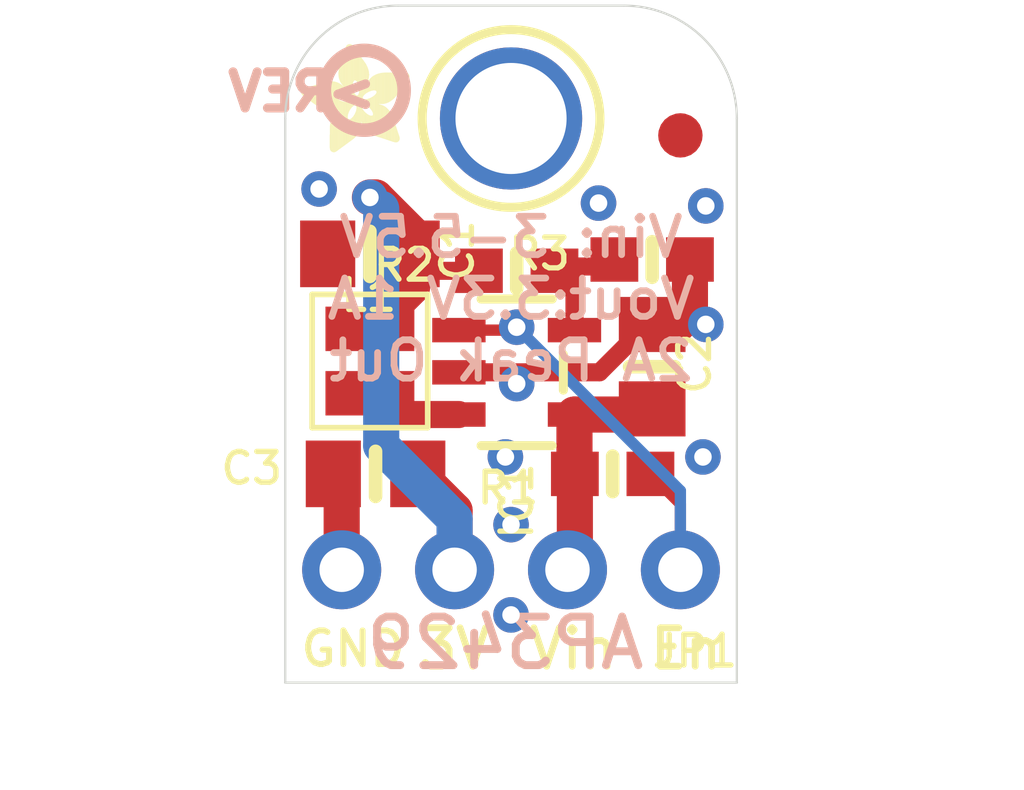
<source format=kicad_pcb>
(kicad_pcb (version 20211014) (generator pcbnew)
  (layers (0 "F.Cu" signal) (31 "B.Cu" signal) (34 "B.Paste" user) (35 "F.Paste" user) (36 "B.SilkS" user "B.Silkscreen") (37 "F.SilkS" user "F.Silkscreen") (38 "B.Mask" user) (39 "F.Mask" user) (44 "Edge.Cuts" user))
  (net 0 "")
  (net 1 "N$1")
  (net 2 "GND")
  (net 3 "3.3V")
  (net 4 "VIN")
  (net 5 "EN")
  (net 6 "FB")
  (footprint "boardEagle:0805-NO" (layer "F.Cu") (at 145.3261 102.9716 180)
    (fp_text reference "C1" (at -1.9685 0.8255 90) (layer "F.SilkS") (effects (font (size 0.692831 0.692831) (thickness 0.119969)) (justify right)))
    (fp_text value "22uF")
    (pad "1" smd rect (at -0.95 0 180) (size 1.24 1.5) (layers "F.Cu" "F.Paste" "F.Mask") (net 3 "3.3V"))
    (pad "2" smd rect (at 0.95 0 180) (size 1.24 1.5) (layers "F.Cu" "F.Paste" "F.Mask") (net 2 "GND"))
  )
  (footprint "boardEagle:MOUNTINGHOLE_2.5_PLATED" (layer "F.Cu") (at 148.5011 99.9236)
    (fp_text reference "U$9" hide)
    (fp_text value "MOUNTINGHOLE2.5" hide)
    (pad "P$1" thru_hole circle (at 0 0) (size 3.2 3.2) (drill 2.5) (layers *.Cu *.Mask))
  )
  (footprint "boardEagle:ADAFRUIT_2.5MM" (layer "F.Cu") (at 146.2151 100.6856 90)
    (fp_text reference "U$11" hide)
    (fp_text value "" hide)
  )
  (footprint "boardEagle:0603-NO" (layer "F.Cu") (at 151.6761 103.0986 180)
    (fp_text reference "R3" (at 1.778 0.127) (layer "F.SilkS") (effects (font (size 0.692831 0.692831) (thickness 0.119969)) (justify right)))
    (fp_text value "100K")
    (pad "1" smd rect (at -0.85 0 180) (size 1.075 1) (layers "F.Cu" "F.Paste" "F.Mask") (net 2 "GND"))
    (pad "2" smd rect (at 0.85 0 180) (size 1.075 1) (layers "F.Cu" "F.Paste" "F.Mask") (net 6 "FB"))
  )
  (footprint "boardEagle:1X04_ROUND" (layer "F.Cu") (at 148.5011 110.0836 180)
    (fp_text reference "JP1" (at -5.1562 -1.8288) (layer "F.SilkS") (effects (font (size 0.692831 0.692831) (thickness 0.119969)) (justify right)))
    (fp_text value "")
    (pad "1" thru_hole circle (at -3.81 0 270) (size 1.778 1.778) (drill 1) (layers *.Cu *.Mask) (net 5 "EN"))
    (pad "2" thru_hole circle (at -1.27 0 270) (size 1.778 1.778) (drill 1) (layers *.Cu *.Mask) (net 4 "VIN"))
    (pad "3" thru_hole circle (at 1.27 0 270) (size 1.778 1.778) (drill 1) (layers *.Cu *.Mask) (net 3 "3.3V"))
    (pad "4" thru_hole circle (at 3.81 0 270) (size 1.778 1.778) (drill 1) (layers *.Cu *.Mask) (net 2 "GND"))
  )
  (footprint "boardEagle:SOT23-5" (layer "F.Cu") (at 148.6281 105.6386 -90)
    (fp_text reference "IC1" (at 1.978 0 90) (layer "F.SilkS") (effects (font (size 0.692831 0.692831) (thickness 0.119969)) (justify right)))
    (fp_text value "VREG_BUCK_5PIN_AP3429/A")
    (pad "1" smd rect (at -0.95 1.3001 270) (size 0.55 1.2) (layers "F.Cu" "F.Paste" "F.Mask") (net 5 "EN"))
    (pad "2" smd rect (at 0 1.3001 270) (size 0.55 1.2) (layers "F.Cu" "F.Paste" "F.Mask") (net 2 "GND"))
    (pad "3" smd rect (at 0.95 1.3001 270) (size 0.55 1.2) (layers "F.Cu" "F.Paste" "F.Mask") (net 1 "N$1"))
    (pad "4" smd rect (at 0.95 -1.3001 270) (size 0.55 1.2) (layers "F.Cu" "F.Paste" "F.Mask") (net 4 "VIN"))
    (pad "5" smd rect (at -0.95 -1.3001 270) (size 0.55 1.2) (layers "F.Cu" "F.Paste" "F.Mask") (net 6 "FB"))
  )
  (footprint "boardEagle:0603-NO" (layer "F.Cu") (at 150.7871 107.9246)
    (fp_text reference "R1" (at -3.1115 0.3175) (layer "F.SilkS") (effects (font (size 0.692831 0.692831) (thickness 0.119969)) (justify left)))
    (fp_text value "100K")
    (pad "1" smd rect (at -0.85 0) (size 1.075 1) (layers "F.Cu" "F.Paste" "F.Mask") (net 4 "VIN"))
    (pad "2" smd rect (at 0.85 0) (size 1.075 1) (layers "F.Cu" "F.Paste" "F.Mask") (net 5 "EN"))
  )
  (footprint "boardEagle:0805-NO" (layer "F.Cu") (at 151.6761 105.5116 90)
    (fp_text reference "C2" (at 0.8255 0.9525 90) (layer "F.SilkS") (effects (font (size 0.692831 0.692831) (thickness 0.119969)) (justify right)))
    (fp_text value "22uF")
    (pad "1" smd rect (at -0.95 0 90) (size 1.24 1.5) (layers "F.Cu" "F.Paste" "F.Mask") (net 4 "VIN"))
    (pad "2" smd rect (at 0.95 0 90) (size 1.24 1.5) (layers "F.Cu" "F.Paste" "F.Mask") (net 2 "GND"))
  )
  (footprint "boardEagle:FIDUCIAL_1MM" (layer "F.Cu") (at 152.3111 100.3046)
    (fp_text reference "FID1" hide)
    (fp_text value "FIDUCIAL_1MM" hide)
    (pad "1" smd roundrect (at 0 0) (size 1 1) (layers "F.Cu" "F.Mask") (roundrect_rratio 0.5))
  )
  (footprint "boardEagle:INDUCTOR_TAIYOYUDEN_NRH2412T" (layer "F.Cu") (at 145.3261 105.3846 90)
    (fp_text reference "L1" (at 1.478 -0.716) (layer "F.SilkS") (effects (font (size 0.692831 0.692831) (thickness 0.119969)) (justify left)))
    (fp_text value "SDER041H-2R2MS")
    (pad "1" smd rect (at -0.725 0 90) (size 1 2) (layers "F.Cu" "F.Paste" "F.Mask") (net 1 "N$1"))
    (pad "2" smd rect (at 0.725 0 90) (size 1 2) (layers "F.Cu" "F.Paste" "F.Mask") (net 3 "3.3V"))
  )
  (footprint "boardEagle:0805-NO" (layer "F.Cu") (at 145.4531 107.9246 180)
    (fp_text reference "C3" (at 2.032 0.127) (layer "F.SilkS") (effects (font (size 0.692831 0.692831) (thickness 0.119969)) (justify right)))
    (fp_text value "22uF")
    (pad "1" smd rect (at -0.95 0 180) (size 1.24 1.5) (layers "F.Cu" "F.Paste" "F.Mask") (net 3 "3.3V"))
    (pad "2" smd rect (at 0.95 0 180) (size 1.24 1.5) (layers "F.Cu" "F.Paste" "F.Mask") (net 2 "GND"))
  )
  (footprint "boardEagle:0603-NO" (layer "F.Cu") (at 148.6281 103.3526 180)
    (fp_text reference "R2" (at 1.778 0.127) (layer "F.SilkS") (effects (font (size 0.692831 0.692831) (thickness 0.119969)) (justify right)))
    (fp_text value "450K")
    (pad "1" smd rect (at -0.85 0 180) (size 1.075 1) (layers "F.Cu" "F.Paste" "F.Mask") (net 6 "FB"))
    (pad "2" smd rect (at 0.85 0 180) (size 1.075 1) (layers "F.Cu" "F.Paste" "F.Mask") (net 3 "3.3V"))
  )
  (footprint "boardEagle:PCBFEAT-REV-040" (layer "B.Cu") (at 145.1991 99.2886 180)
    (fp_text reference "U$10" hide)
    (fp_text value "" hide)
    (fp_text user ">REV" (at -0.3556 -0.508) (layer "B.SilkS") (effects (font (size 0.8128 0.8128) (thickness 0.2032)) (justify left bottom mirror)))
  )
  (gr_arc (start 143.4211 99.9236) (mid 144.165049 98.127549) (end 145.9611 97.3836) (layer "Edge.Cuts") (width 0.05))
  (gr_line (start 145.9611 97.3836) (end 151.0411 97.3836) (layer "Edge.Cuts") (width 0.05))
  (gr_line (start 143.4211 112.6236) (end 143.4211 99.9236) (layer "Edge.Cuts") (width 0.05))
  (gr_arc (start 151.0411 97.3836) (mid 152.837151 98.127549) (end 153.5811 99.9236) (layer "Edge.Cuts") (width 0.05))
  (gr_line (start 153.5811 99.9236) (end 153.5811 112.6236) (layer "Edge.Cuts") (width 0.05))
  (gr_line (start 153.5811 112.6236) (end 143.4211 112.6236) (layer "Edge.Cuts") (width 0.05))
  (gr_text "Vin: 3-5.5V\nVout:3.3V 1A\n2A Peak Out" (at 148.5011 103.9876) (layer "B.SilkS") (effects (font (size 0.8636 0.8636) (thickness 0.1524)) (justify mirror)))
  (gr_text "AP3429" (at 148.3741 111.7346) (layer "B.SilkS") (effects (font (size 1.0922 1.0922) (thickness 0.1778)) (justify mirror)))
  (gr_text "3V" (at 147.2311 111.8616) (layer "F.SilkS") (effects (font (size 0.8636 0.8636) (thickness 0.1524))))
  (gr_text "Vin" (at 149.8981 111.8616) (layer "F.SilkS") (effects (font (size 0.8636 0.8636) (thickness 0.1524))))
  (gr_text "GND" (at 144.9451 111.8616) (layer "F.SilkS") (effects (font (size 0.75565 0.75565) (thickness 0.13335))))
  (gr_text "En" (at 152.4381 111.8616) (layer "F.SilkS") (effects (font (size 0.8636 0.8636) (thickness 0.1524))))
  (segment (start 147.328 106.5886) (end 145.8051 106.5886) (width 0.6096) (layer "F.Cu") (net 1))
  (segment (start 145.8051 106.5886) (end 145.3261 106.1096) (width 0.6096) (layer "F.Cu") (net 1))
  (segment (start 151.567862 104.5616) (end 150.490862 105.6386) (width 0.4064) (layer "F.Cu") (net 2))
  (segment (start 152.5261 104.2831) (end 152.2476 104.5616) (width 0.8128) (layer "F.Cu") (net 2))
  (segment (start 152.5261 103.0986) (end 152.5261 104.2831) (width 0.8128) (layer "F.Cu") (net 2))
  (segment (start 151.6761 104.5616) (end 151.567862 104.5616) (width 0.4064) (layer "F.Cu") (net 2))
  (segment (start 144.6911 108.1126) (end 144.5031 107.9246) (width 0.8128) (layer "F.Cu") (net 2))
  (segment (start 147.328 105.6386) (end 150.490862 105.6386) (width 0.4064) (layer "F.Cu") (net 2))
  (segment (start 144.6911 110.0836) (end 144.6911 108.1126) (width 0.8128) (layer "F.Cu") (net 2))
  (segment (start 152.2476 104.5616) (end 151.6761 104.5616) (width 0.8128) (layer "F.Cu") (net 2))
  (via (at 152.8826 104.5591) (size 0.8001) (drill 0.3937) (layers "F.Cu" "B.Cu") (net 2))
  (via (at 144.1831 101.5111) (size 0.8001) (drill 0.3937) (layers "F.Cu" "B.Cu") (net 2))
  (via (at 148.5011 109.0676) (size 0.8001) (drill 0.3937) (layers "F.Cu" "B.Cu") (net 2))
  (via (at 148.3741 107.5436) (size 0.8001) (drill 0.3937) (layers "F.Cu" "B.Cu") (net 2))
  (via (at 150.4696 101.8286) (size 0.8001) (drill 0.3937) (layers "F.Cu" "B.Cu") (net 2))
  (via (at 148.5011 111.0996) (size 0.8001) (drill 0.3937) (layers "F.Cu" "B.Cu") (net 2))
  (via (at 152.8826 101.8921) (size 0.8001) (drill 0.3937) (layers "F.Cu" "B.Cu") (net 2))
  (via (at 152.8191 107.5436) (size 0.8001) (drill 0.3937) (layers "F.Cu" "B.Cu") (net 2))
  (via (at 148.6281 105.8926) (size 0.8001) (drill 0.3937) (layers "F.Cu" "B.Cu") (net 2))
  (segment (start 146.2761 103.7096) (end 145.3261 104.6596) (width 0.8128) (layer "F.Cu") (net 3))
  (segment (start 146.2761 102.5246) (end 146.2761 102.9716) (width 0.4064) (layer "F.Cu") (net 3))
  (segment (start 146.2761 102.9716) (end 146.2761 103.7096) (width 0.8128) (layer "F.Cu") (net 3))
  (segment (start 146.6571 103.3526) (end 146.2761 102.9716) (width 0.4064) (layer "F.Cu") (net 3))
  (segment (start 147.2311 108.7526) (end 146.4031 107.9246) (width 0.8128) (layer "F.Cu") (net 3))
  (segment (start 146.2761 102.5246) (end 145.4531 101.7016) (width 0.8128) (layer "F.Cu") (net 3))
  (segment (start 145.3261 101.7016) (end 145.4531 101.7016) (width 0.8128) (layer "F.Cu") (net 3))
  (segment (start 147.2311 110.0836) (end 147.2311 108.7526) (width 0.8128) (layer "F.Cu") (net 3))
  (segment (start 147.7781 103.3526) (end 146.6571 103.3526) (width 0.4064) (layer "F.Cu") (net 3))
  (via (at 145.3261 101.7016) (size 0.8001) (drill 0.3937) (layers "F.Cu" "B.Cu") (net 3))
  (segment (start 145.5801 101.9556) (end 145.5801 107.2896) (width 0.8128) (layer "B.Cu") (net 3))
  (segment (start 147.2311 108.9406) (end 145.5801 107.2896) (width 0.8128) (layer "B.Cu") (net 3))
  (segment (start 145.3261 101.7016) (end 145.5801 101.9556) (width 0.4064) (layer "B.Cu") (net 3))
  (segment (start 147.2311 110.0836) (end 147.2311 108.9406) (width 0.8128) (layer "B.Cu") (net 3))
  (segment (start 149.9282 107.9157) (end 149.9371 107.9246) (width 0.4064) (layer "F.Cu") (net 4))
  (segment (start 151.5491 106.5886) (end 149.9282 106.5886) (width 0.8128) (layer "F.Cu") (net 4))
  (segment (start 149.9371 109.9176) (end 149.7711 110.0836) (width 0.8128) (layer "F.Cu") (net 4))
  (segment (start 149.9371 107.9246) (end 149.9371 109.9176) (width 0.8128) (layer "F.Cu") (net 4))
  (segment (start 149.9282 106.5886) (end 149.9282 107.9157) (width 0.8128) (layer "F.Cu") (net 4))
  (segment (start 151.5491 106.5886) (end 151.6761 106.4616) (width 0.4064) (layer "F.Cu") (net 4))
  (segment (start 148.5621 104.6886) (end 148.6281 104.6226) (width 0.254) (layer "F.Cu") (net 5))
  (segment (start 152.3111 110.0836) (end 152.3111 108.5986) (width 0.254) (layer "F.Cu") (net 5))
  (segment (start 152.3111 108.5986) (end 151.6371 107.9246) (width 0.254) (layer "F.Cu") (net 5))
  (segment (start 147.328 104.6886) (end 148.5621 104.6886) (width 0.254) (layer "F.Cu") (net 5))
  (via (at 148.6281 104.6226) (size 0.8001) (drill 0.3937) (layers "F.Cu" "B.Cu") (net 5))
  (segment (start 152.3111 108.3056) (end 152.3111 110.0836) (width 0.254) (layer "B.Cu") (net 5))
  (segment (start 148.6281 104.6226) (end 152.3111 108.3056) (width 0.254) (layer "B.Cu") (net 5))
  (segment (start 149.9282 103.3827) (end 149.9583 103.3526) (width 0.4064) (layer "F.Cu") (net 6))
  (segment (start 150.669 103.2557) (end 149.575 103.2557) (width 0.4064) (layer "F.Cu") (net 6))
  (segment (start 149.9282 104.6886) (end 149.9282 103.3827) (width 0.4064) (layer "F.Cu") (net 6))
  (segment (start 149.4781 103.3526) (end 149.575 103.2557) (width 0.4064) (layer "F.Cu") (net 6))
  (segment (start 149.9583 103.3526) (end 149.4781 103.3526) (width 0.4064) (layer "F.Cu") (net 6))
  (segment (start 150.669 103.2557) (end 150.8261 103.0986) (width 0.4064) (layer "F.Cu") (net 6))
)
</source>
